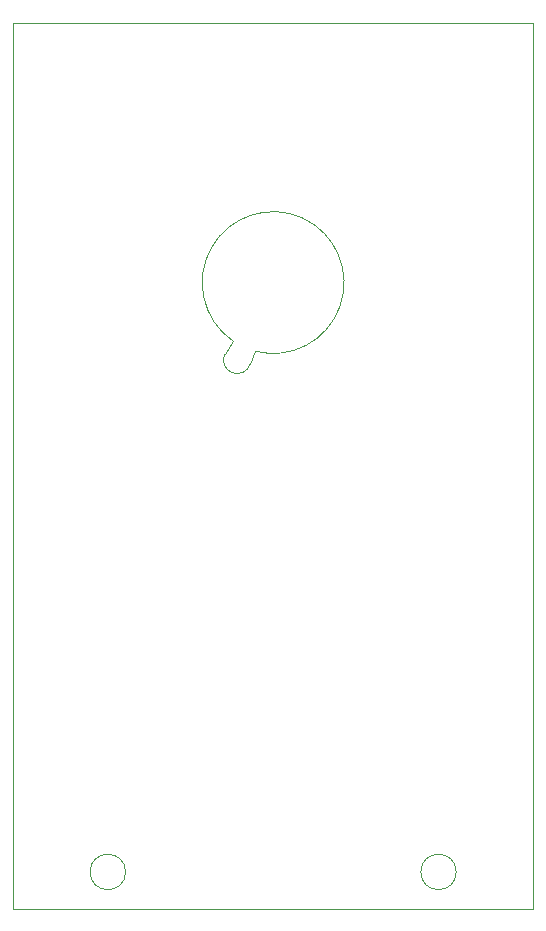
<source format=gbr>
G04 #@! TF.GenerationSoftware,KiCad,Pcbnew,(5.1.4)-1*
G04 #@! TF.CreationDate,2022-04-04T21:54:13-04:00*
G04 #@! TF.ProjectId,CR30 adapter,43523330-2061-4646-9170-7465722e6b69,rev?*
G04 #@! TF.SameCoordinates,Original*
G04 #@! TF.FileFunction,Profile,NP*
%FSLAX46Y46*%
G04 Gerber Fmt 4.6, Leading zero omitted, Abs format (unit mm)*
G04 Created by KiCad (PCBNEW (5.1.4)-1) date 2022-04-04 21:54:13*
%MOMM*%
%LPD*%
G04 APERTURE LIST*
%ADD10C,0.050000*%
G04 APERTURE END LIST*
D10*
X121076540Y-119470000D02*
X77076540Y-119470000D01*
X121076540Y-44470000D02*
X121076540Y-119470000D01*
X99076540Y-44470000D02*
X121076540Y-44470000D01*
X77076540Y-44470000D02*
X77076540Y-119470000D01*
X99076540Y-44470000D02*
X77076540Y-44470000D01*
X86576540Y-116370000D02*
G75*
G03X86576540Y-116370000I-1500000J0D01*
G01*
X114576540Y-116370000D02*
G75*
G03X114576540Y-116370000I-1500000J0D01*
G01*
X95000000Y-72500000D02*
X95660000Y-71410000D01*
X97130876Y-73362462D02*
X97560000Y-72280000D01*
X97130876Y-73362462D02*
G75*
G02X95000000Y-72500000I-1105525J332188D01*
G01*
X95660964Y-71408606D02*
G75*
G02X97560000Y-72280000I3415576J4938606D01*
G01*
M02*

</source>
